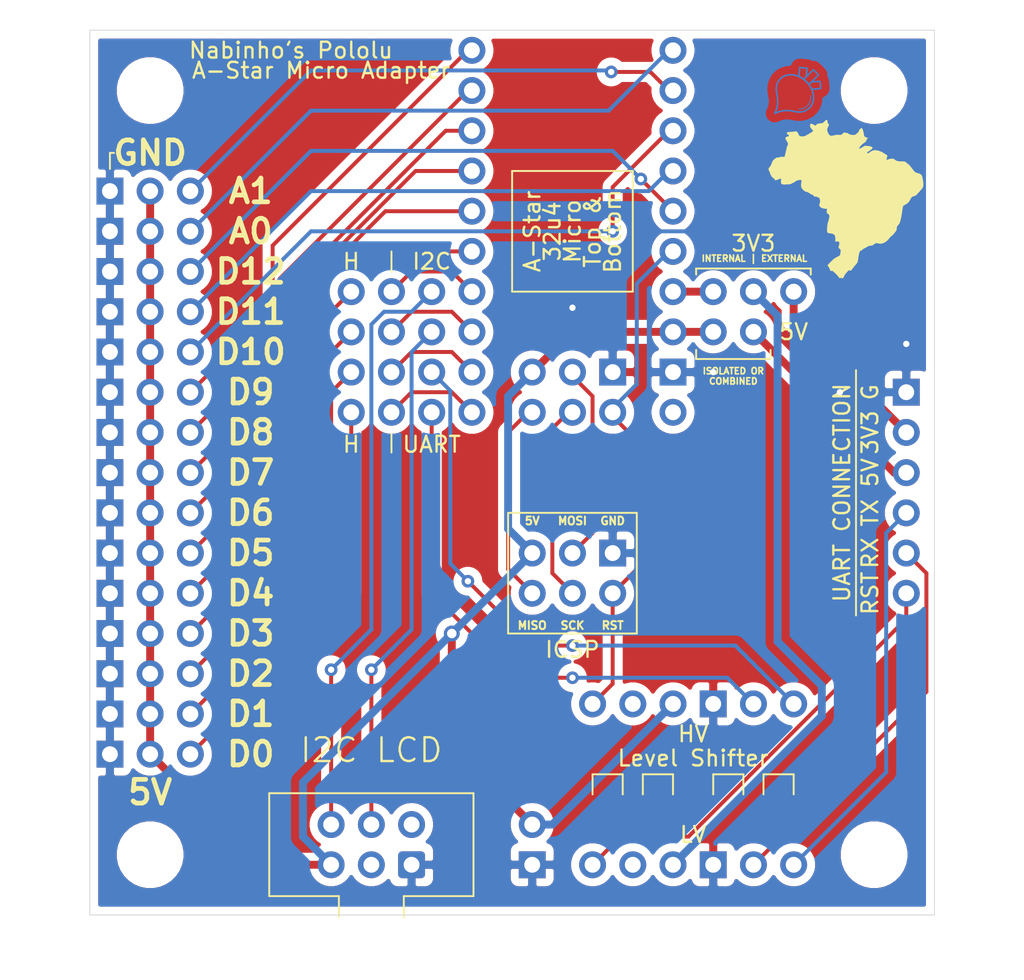
<source format=kicad_pcb>
(kicad_pcb (version 20171130) (host pcbnew "(5.1.9)-1")
  (layers (0 F.Cu signal) (31 B.Cu signal) (34 B.Paste user) (35 F.Paste user) (36 B.SilkS user) (37 F.SilkS user) (38 B.Mask user) (39 F.Mask user) (44 Edge.Cuts user))
  (net 0 "")
  (net 1 GND)
  (net 2 +5V)
  (net 3 3_H)
  (net 4 SCL)
  (net 5 3)
  (net 6 2)
  (net 7 SDA)
  (net 8 2_H)
  (net 9 1_H)
  (net 10 TX)
  (net 11 1)
  (net 12 0)
  (net 13 RX)
  (net 14 0_H)
  (net 15 "Net-(J7-Pad3)")
  (net 16 "Net-(J7-Pad6)")
  (net 17 VCC)
  (net 18 TX_OUT)
  (net 19 RX_OUT)
  (net 20 RST_OUT)
  (net 21 MISO)
  (net 22 SCK)
  (net 23 MOSI)
  (net 24 RST)
  (net 25 4)
  (net 26 5)
  (net 27 6)
  (net 28 7)
  (net 29 8)
  (net 30 9)
  (net 31 10)
  (net 32 11)
  (net 33 12)
  (net 34 A0)
  (net 35 A1)
  (net 36 "Net-(J13-Pad3)")
  (net 37 "Net-(J13-Pad4)")
  (net 38 "Net-(U1-Pad20)")
  (net 39 VCC_3V3)
  (net 40 +3V3)
  (net 41 LV)
  (module Icons:nabo_Icon_3 (layer F.Cu) (at 136.144 60.96)
    (fp_text reference G*** hide)
    (fp_text value LOGO hide)
    (fp_poly (pts (xy 0.811859 0.313955) (xy 0.818409 0.317544) (xy 0.823155 0.325232) (xy 0.826364 0.338418) (xy 0.828307 0.358498) (xy 0.829252 0.386869) (xy 0.829467 0.424929) (xy 0.829381 0.44893) (xy 0.827724 0.512514) (xy 0.823133 0.56811) (xy 0.815081 0.619298) (xy 0.803042 0.669656) (xy 0.791144 0.708837) (xy 0.757779 0.792469) (xy 0.714806 0.869691) (xy 0.662876 0.939947) (xy 0.602642 1.002681) (xy 0.534756 1.057339) (xy 0.45987 1.103364) (xy 0.378636 1.140201) (xy 0.291708 1.167296) (xy 0.24005 1.178134) (xy 0.203434 1.183753) (xy 0.167283 1.187934) (xy 0.133673 1.190574) (xy 0.104682 1.191569) (xy 0.082387 1.190818) (xy 0.068866 1.188216) (xy 0.066453 1.186714) (xy 0.059542 1.172374) (xy 0.062685 1.157467) (xy 0.066158 1.153041) (xy 0.075739 1.149177) (xy 0.093311 1.14663) (xy 0.110033 1.145953) (xy 0.184569 1.141017) (xy 0.261953 1.126849) (xy 0.339054 1.104406) (xy 0.412743 1.074647) (xy 0.47989 1.038529) (xy 0.49691 1.02753) (xy 0.530962 1.001787) (xy 0.567876 0.969194) (xy 0.604375 0.932992) (xy 0.63718 0.896424) (xy 0.66196 0.864267) (xy 0.705708 0.791805) (xy 0.73972 0.714765) (xy 0.764203 0.6324) (xy 0.77936 0.54396) (xy 0.785396 0.448698) (xy 0.78539 0.413488) (xy 0.784969 0.382444) (xy 0.784712 0.355359) (xy 0.784634 0.334556) (xy 0.784748 0.322356) (xy 0.784846 0.320453) (xy 0.790581 0.31522) (xy 0.803236 0.313069) (xy 0.811859 0.313955)) (layer B.Cu) (width 0.01))
    (fp_poly (pts (xy 0.143732 -1.49774) (xy 0.171325 -1.496232) (xy 0.205956 -1.494021) (xy 0.246048 -1.491231) (xy 0.290028 -1.487989) (xy 0.336318 -1.484419) (xy 0.383344 -1.480647) (xy 0.42953 -1.476799) (xy 0.4733 -1.473) (xy 0.513079 -1.469375) (xy 0.547291 -1.466051) (xy 0.574361 -1.463152) (xy 0.592713 -1.460805) (xy 0.599115 -1.459659) (xy 0.615442 -1.45181) (xy 0.627451 -1.440738) (xy 0.630353 -1.436507) (xy 0.632565 -1.431655) (xy 0.63405 -1.424952) (xy 0.63477 -1.415169) (xy 0.634684 -1.401075) (xy 0.633756 -1.381441) (xy 0.631947 -1.355036) (xy 0.629217 -1.320631) (xy 0.625529 -1.276996) (xy 0.620843 -1.222901) (xy 0.62051 -1.219073) (xy 0.616314 -1.170619) (xy 0.612465 -1.125727) (xy 0.60908 -1.085799) (xy 0.606275 -1.052234) (xy 0.60417 -1.026434) (xy 0.602879 -1.0098) (xy 0.602511 -1.003898) (xy 0.606532 -1.006186) (xy 0.618037 -1.016065) (xy 0.63619 -1.03274) (xy 0.660157 -1.055412) (xy 0.689101 -1.083287) (xy 0.722187 -1.115567) (xy 0.758579 -1.151457) (xy 0.787321 -1.180044) (xy 0.832386 -1.224935) (xy 0.86993 -1.262094) (xy 0.900716 -1.292217) (xy 0.925503 -1.315999) (xy 0.945054 -1.334134) (xy 0.960129 -1.347316) (xy 0.971489 -1.356242) (xy 0.979895 -1.361604) (xy 0.986109 -1.364099) (xy 0.989404 -1.364512) (xy 0.994731 -1.363521) (xy 1.001758 -1.36007) (xy 1.011274 -1.353445) (xy 1.024071 -1.342927) (xy 1.040939 -1.327803) (xy 1.062668 -1.307356) (xy 1.090049 -1.280869) (xy 1.123873 -1.247628) (xy 1.16493 -1.206916) (xy 1.180186 -1.191733) (xy 1.217719 -1.154169) (xy 1.252713 -1.118784) (xy 1.284254 -1.086527) (xy 1.31143 -1.058348) (xy 1.333328 -1.035197) (xy 1.349035 -1.018024) (xy 1.357639 -1.00778) (xy 1.358935 -1.005722) (xy 1.361414 -0.990617) (xy 1.359913 -0.981306) (xy 1.354974 -0.974861) (xy 1.342574 -0.960954) (xy 1.323583 -0.940501) (xy 1.298872 -0.914416) (xy 1.269311 -0.883612) (xy 1.23577 -0.849005) (xy 1.19912 -0.811509) (xy 1.173685 -0.785658) (xy 1.135786 -0.747127) (xy 1.10067 -0.711213) (xy 1.069167 -0.678776) (xy 1.042102 -0.65068) (xy 1.020304 -0.627785) (xy 1.004598 -0.610953) (xy 0.995812 -0.601046) (xy 0.99422 -0.598695) (xy 1.000475 -0.598623) (xy 1.017148 -0.599534) (xy 1.04289 -0.601326) (xy 1.076355 -0.603896) (xy 1.116195 -0.60714) (xy 1.161064 -0.610955) (xy 1.204255 -0.614759) (xy 1.253113 -0.61899) (xy 1.298707 -0.622675) (xy 1.339586 -0.625716) (xy 1.374295 -0.628014) (xy 1.401381 -0.629475) (xy 1.419391 -0.629999) (xy 1.426472 -0.629637) (xy 1.433636 -0.627452) (xy 1.439703 -0.624108) (xy 1.444877 -0.618561) (xy 1.449362 -0.609768) (xy 1.453364 -0.596686) (xy 1.457085 -0.57827) (xy 1.460732 -0.553477) (xy 1.464507 -0.521264) (xy 1.468617 -0.480587) (xy 1.473264 -0.430404) (xy 1.478654 -0.369669) (xy 1.479668 -0.358121) (xy 1.484895 -0.298158) (xy 1.489095 -0.24884) (xy 1.49232 -0.209048) (xy 1.494621 -0.177661) (xy 1.496049 -0.153561) (xy 1.496656 -0.135627) (xy 1.496494 -0.12274) (xy 1.495613 -0.113781) (xy 1.494067 -0.10763) (xy 1.491905 -0.103167) (xy 1.491429 -0.102418) (xy 1.484643 -0.093695) (xy 1.476075 -0.087122) (xy 1.463806 -0.082179) (xy 1.44592 -0.078345) (xy 1.420498 -0.075101) (xy 1.385624 -0.071925) (xy 1.376325 -0.07117) (xy 1.330293 -0.067426) (xy 1.28168 -0.063369) (xy 1.231889 -0.059125) (xy 1.182322 -0.054821) (xy 1.13438 -0.050584) (xy 1.089466 -0.04654) (xy 1.048981 -0.042815) (xy 1.014328 -0.039537) (xy 0.986907 -0.036831) (xy 0.968122 -0.034825) (xy 0.959373 -0.033644) (xy 0.958924 -0.033498) (xy 0.959857 -0.027452) (xy 0.963951 -0.012804) (xy 0.970464 0.007899) (xy 0.974871 0.021135) (xy 1.006484 0.129143) (xy 1.028803 0.238568) (xy 1.041798 0.348057) (xy 1.045438 0.456259) (xy 1.039694 0.56182) (xy 1.024535 0.66339) (xy 0.999929 0.759615) (xy 0.992069 0.783338) (xy 0.952551 0.879887) (xy 0.903965 0.969258) (xy 0.846843 1.051155) (xy 0.781722 1.12528) (xy 0.709135 1.191338) (xy 0.629618 1.24903) (xy 0.543705 1.298059) (xy 0.451931 1.338129) (xy 0.35483 1.368942) (xy 0.252938 1.390201) (xy 0.146788 1.40161) (xy 0.036916 1.40287) (xy -0.076145 1.393686) (xy -0.100419 1.390376) (xy -0.131144 1.385252) (xy -0.16849 1.378058) (xy -0.207662 1.369765) (xy -0.242673 1.361634) (xy -0.385669 1.33219) (xy -0.527318 1.314327) (xy -0.667393 1.308025) (xy -0.805665 1.313261) (xy -0.941908 1.330013) (xy -1.075894 1.358258) (xy -1.207394 1.397974) (xy -1.336181 1.44914) (xy -1.387711 1.473209) (xy -1.415411 1.486406) (xy -1.435101 1.494652) (xy -1.449216 1.498515) (xy -1.460192 1.498564) (xy -1.470463 1.495366) (xy -1.474594 1.493463) (xy -1.487274 1.482389) (xy -1.497103 1.465718) (xy -1.500372 1.451614) (xy -1.497969 1.444013) (xy -1.491378 1.427916) (xy -1.481525 1.405478) (xy -1.46934 1.378853) (xy -1.46551 1.370671) (xy -1.455713 1.347712) (xy -1.345962 1.347712) (xy -1.343611 1.350136) (xy -1.341893 1.349679) (xy -1.332711 1.346166) (xy -1.315 1.3395) (xy -1.291307 1.330635) (xy -1.264178 1.320528) (xy -1.264093 1.320496) (xy -1.201005 1.298874) (xy -1.131719 1.278288) (xy -1.061112 1.260053) (xy -0.99406 1.245483) (xy -0.968579 1.240848) (xy -0.91474 1.232284) (xy -0.865664 1.22587) (xy -0.818361 1.221414) (xy -0.769842 1.218723) (xy -0.717118 1.217604) (xy -0.657197 1.217866) (xy -0.621643 1.218494) (xy -0.557828 1.220334) (xy -0.502104 1.223209) (xy -0.451314 1.227526) (xy -0.402305 1.23369) (xy -0.351921 1.242108) (xy -0.297008 1.253186) (xy -0.234411 1.267329) (xy -0.224979 1.269548) (xy -0.173309 1.281506) (xy -0.130278 1.290736) (xy -0.093116 1.297581) (xy -0.059054 1.302384) (xy -0.025323 1.305489) (xy 0.010846 1.30724) (xy 0.052221 1.30798) (xy 0.085651 1.308081) (xy 0.151504 1.306946) (xy 0.208796 1.303346) (xy 0.260606 1.29685) (xy 0.310011 1.287026) (xy 0.360087 1.273443) (xy 0.381868 1.266576) (xy 0.475011 1.230355) (xy 0.560795 1.185181) (xy 0.638933 1.131563) (xy 0.709141 1.070008) (xy 0.771134 1.001027) (xy 0.824626 0.925126) (xy 0.869333 0.842814) (xy 0.90497 0.7546) (xy 0.931251 0.660991) (xy 0.947891 0.562497) (xy 0.954606 0.459626) (xy 0.951111 0.352886) (xy 0.94134 0.268767) (xy 0.921679 0.166785) (xy 0.893957 0.069374) (xy 0.857143 -0.026644) (xy 0.819571 -0.106326) (xy 0.757027 -0.219422) (xy 0.688861 -0.323425) (xy 0.648129 -0.37591) (xy 0.773814 -0.37591) (xy 0.777022 -0.368535) (xy 0.785302 -0.355072) (xy 0.793401 -0.343311) (xy 0.810004 -0.31867) (xy 0.829937 -0.286761) (xy 0.851252 -0.250882) (xy 0.872002 -0.214336) (xy 0.89024 -0.180423) (xy 0.895096 -0.170926) (xy 0.905659 -0.151521) (xy 0.915025 -0.137082) (xy 0.921474 -0.130198) (xy 0.922315 -0.129954) (xy 0.929878 -0.130454) (xy 0.947445 -0.131854) (xy 0.973253 -0.134007) (xy 1.005539 -0.136765) (xy 1.042539 -0.139979) (xy 1.062532 -0.141735) (xy 1.141315 -0.148697) (xy 1.208788 -0.154696) (xy 1.265413 -0.159775) (xy 1.311651 -0.163975) (xy 1.347963 -0.16734) (xy 1.374811 -0.169911) (xy 1.392655 -0.171733) (xy 1.401957 -0.172846) (xy 1.403635 -0.173198) (xy 1.403439 -0.179228) (xy 1.402227 -0.195269) (xy 1.400165 -0.219575) (xy 1.39742 -0.250401) (xy 1.394158 -0.286004) (xy 1.390546 -0.324637) (xy 1.38675 -0.364558) (xy 1.382937 -0.40402) (xy 1.379274 -0.44128) (xy 1.375926 -0.474592) (xy 1.373061 -0.502212) (xy 1.370845 -0.522396) (xy 1.369444 -0.533398) (xy 1.369113 -0.534903) (xy 1.362982 -0.534866) (xy 1.346333 -0.533909) (xy 1.320416 -0.532126) (xy 1.286483 -0.52961) (xy 1.245786 -0.526456) (xy 1.199576 -0.522757) (xy 1.149105 -0.518607) (xy 1.128465 -0.51688) (xy 0.889851 -0.496824) (xy 0.831833 -0.439023) (xy 0.810786 -0.417692) (xy 0.793147 -0.399121) (xy 0.780441 -0.38497) (xy 0.774198 -0.376904) (xy 0.773814 -0.37591) (xy 0.648129 -0.37591) (xy 0.613708 -0.420261) (xy 0.537574 -0.504315) (xy 0.441779 -0.595299) (xy 0.340523 -0.676853) (xy 0.28499 -0.714442) (xy 0.451993 -0.714442) (xy 0.481473 -0.689786) (xy 0.504482 -0.669588) (xy 0.532746 -0.643324) (xy 0.564013 -0.613228) (xy 0.596032 -0.581538) (xy 0.626551 -0.550487) (xy 0.653319 -0.522313) (xy 0.674084 -0.49925) (xy 0.677936 -0.49471) (xy 0.693153 -0.47689) (xy 0.70552 -0.46318) (xy 0.713137 -0.455655) (xy 0.714477 -0.454838) (xy 0.719109 -0.458904) (xy 0.731376 -0.470638) (xy 0.75057 -0.48934) (xy 0.775986 -0.514312) (xy 0.806914 -0.544855) (xy 0.84265 -0.580271) (xy 0.882485 -0.619861) (xy 0.925713 -0.662927) (xy 0.971627 -0.708769) (xy 0.986469 -0.723609) (xy 1.255191 -0.99238) (xy 1.123743 -1.123807) (xy 0.992295 -1.255233) (xy 0.722144 -0.984838) (xy 0.451993 -0.714442) (xy 0.28499 -0.714442) (xy 0.234478 -0.748632) (xy 0.124315 -0.810287) (xy 0.010705 -0.86147) (xy -0.105679 -0.901834) (xy -0.216978 -0.92926) (xy 0.130252 -0.92926) (xy 0.132021 -0.922494) (xy 0.138729 -0.915123) (xy 0.152002 -0.905944) (xy 0.173467 -0.893753) (xy 0.190061 -0.884958) (xy 0.221618 -0.867667) (xy 0.257415 -0.846802) (xy 0.292021 -0.825574) (xy 0.309677 -0.814183) (xy 0.333231 -0.798873) (xy 0.353429 -0.786255) (xy 0.36813 -0.777634) (xy 0.375191 -0.774312) (xy 0.375204 -0.774311) (xy 0.381348 -0.778105) (xy 0.39404 -0.788856) (xy 0.411597 -0.805048) (xy 0.432335 -0.825163) (xy 0.438914 -0.831724) (xy 0.496607 -0.889634) (xy 0.516796 -1.128332) (xy 0.521118 -1.180154) (xy 0.525008 -1.228217) (xy 0.528375 -1.27127) (xy 0.531125 -1.308057) (xy 0.533166 -1.337327) (xy 0.534405 -1.357825) (xy 0.53475 -1.368298) (xy 0.534621 -1.369395) (xy 0.528004 -1.370795) (xy 0.511404 -1.372826) (xy 0.486583 -1.375352) (xy 0.455303 -1.378235) (xy 0.419325 -1.381339) (xy 0.380411 -1.384528) (xy 0.340322 -1.387665) (xy 0.30082 -1.390612) (xy 0.263666 -1.393233) (xy 0.230623 -1.395392) (xy 0.203451 -1.396952) (xy 0.183912 -1.397776) (xy 0.173769 -1.397726) (xy 0.172767 -1.397481) (xy 0.171622 -1.391174) (xy 0.169632 -1.37463) (xy 0.166935 -1.349384) (xy 0.163673 -1.31697) (xy 0.159982 -1.278924) (xy 0.156005 -1.236781) (xy 0.151879 -1.192076) (xy 0.147743 -1.146344) (xy 0.143739 -1.101121) (xy 0.140004 -1.057942) (xy 0.136678 -1.018342) (xy 0.133901 -0.983855) (xy 0.131812 -0.956018) (xy 0.130551 -0.936366) (xy 0.130252 -0.92926) (xy -0.216978 -0.92926) (xy -0.224165 -0.931031) (xy -0.314983 -0.945511) (xy -0.355548 -0.948888) (xy -0.40349 -0.950361) (xy -0.455584 -0.950045) (xy -0.508607 -0.94806) (xy -0.559333 -0.944521) (xy -0.604539 -0.939548) (xy -0.63889 -0.933717) (xy -0.738163 -0.906934) (xy -0.830861 -0.870764) (xy -0.916594 -0.825495) (xy -0.994971 -0.771416) (xy -1.065603 -0.708814) (xy -1.128098 -0.637978) (xy -1.182067 -0.559196) (xy -1.206992 -0.514488) (xy -1.24768 -0.424689) (xy -1.278043 -0.332308) (xy -1.298126 -0.236772) (xy -1.307976 -0.137505) (xy -1.307639 -0.033932) (xy -1.29716 0.074521) (xy -1.276586 0.188431) (xy -1.26669 0.230991) (xy -1.237194 0.374549) (xy -1.219141 0.517932) (xy -1.212501 0.660616) (xy -1.217243 0.80208) (xy -1.233338 0.9418) (xy -1.260753 1.079255) (xy -1.299459 1.213921) (xy -1.329025 1.295557) (xy -1.339007 1.321845) (xy -1.34454 1.338756) (xy -1.345962 1.347712) (xy -1.455713 1.347712) (xy -1.414504 1.251141) (xy -1.374135 1.131329) (xy -1.343505 1.008395) (xy -1.332106 0.948069) (xy -1.315503 0.827045) (xy -1.307754 0.708591) (xy -1.308949 0.590707) (xy -1.319179 0.471391) (xy -1.338535 0.348642) (xy -1.364627 0.230372) (xy -1.388864 0.110902) (xy -1.401746 -0.006225) (xy -1.403278 -0.120799) (xy -1.393467 -0.23261) (xy -1.372316 -0.341449) (xy -1.346631 -0.427999) (xy -1.307369 -0.524661) (xy -1.258974 -0.614163) (xy -1.201952 -0.696177) (xy -1.136809 -0.770374) (xy -1.064052 -0.836426) (xy -0.984185 -0.894004) (xy -0.897717 -0.942779) (xy -0.805151 -0.982422) (xy -0.706996 -1.012605) (xy -0.603757 -1.032998) (xy -0.49594 -1.043273) (xy -0.398721 -1.043723) (xy -0.310982 -1.038164) (xy -0.229061 -1.027656) (xy -0.14863 -1.011418) (xy -0.065363 -0.988667) (xy -0.027686 -0.976713) (xy -0.002206 -0.968559) (xy 0.018814 -0.962261) (xy 0.033063 -0.958483) (xy 0.038198 -0.957795) (xy 0.039112 -0.963931) (xy 0.040907 -0.980626) (xy 0.04347 -1.006668) (xy 0.046688 -1.040843) (xy 0.050448 -1.081939) (xy 0.054637 -1.128744) (xy 0.059142 -1.180043) (xy 0.062071 -1.213884) (xy 0.068297 -1.28457) (xy 0.073829 -1.34383) (xy 0.07871 -1.392027) (xy 0.08298 -1.429526) (xy 0.08668 -1.456691) (xy 0.089851 -1.473887) (xy 0.09225 -1.481081) (xy 0.104416 -1.492755) (xy 0.115962 -1.498142) (xy 0.124752 -1.498418) (xy 0.143732 -1.49774)) (layer B.Cu) (width 0.01))
  )
  (module Icons:BR (layer F.Cu) (at 139.192 67.818)
    (fp_text reference G*** hide)
    (fp_text value LOGO hide)
  )
  (module Connector_IDC:IDC-Header_2x03_P2.54mm_Vertical (layer F.Cu) (at 106.68 109.855 90)
    (fp_text reference J7)
    (fp_text value Conn_02x03_Odd_Even)
    (pad 5 thru_hole roundrect (at 0 5.08 90) (size 1.7 1.7) (drill 1) (layers *.Cu *.Mask) (roundrect_rratio 0.147) (net 1 GND))
    (pad 3 thru_hole circle (at 0 2.54 90) (size 1.7 1.7) (drill 1) (layers *.Cu *.Mask) (net 15 "Net-(J7-Pad3)"))
    (pad 1 thru_hole circle (at 0 0 90) (size 1.7 1.7) (drill 1) (layers *.Cu *.Mask) (net 2 +5V))
    (pad 2 thru_hole circle (at 2.54 0 90) (size 1.7 1.7) (drill 1) (layers *.Cu *.Mask) (net 4 SCL))
    (pad 4 thru_hole circle (at 2.54 2.54 90) (size 1.7 1.7) (drill 1) (layers *.Cu *.Mask) (net 7 SDA))
    (pad 6 thru_hole circle (at 2.54 5.08 90) (size 1.7 1.7) (drill 1) (layers *.Cu *.Mask) (net 16 "Net-(J7-Pad6)"))
  )
  (module Connector_PinHeader_2.54mm:Digital_Header_Teensy_3.2_Adapter (layer F.Cu) (at 90.17 64.77)
    (fp_text reference J12)
    (fp_text value Conn_03x15)
    (pad 17 thru_hole rect (at 2.54 2.54) (size 1.7 1.7) (drill 1) (layers *.Cu *.Mask) (net 1 GND))
    (pad 2 thru_hole oval (at 7.62 35.56 180) (size 1.7 1.7) (drill 1) (layers *.Cu *.Mask) (net 9 1_H))
    (pad 3 thru_hole oval (at 7.62 33.02 180) (size 1.7 1.7) (drill 1) (layers *.Cu *.Mask) (net 8 2_H))
    (pad 4 thru_hole oval (at 7.62 30.48 180) (size 1.7 1.7) (drill 1) (layers *.Cu *.Mask) (net 3 3_H))
    (pad 5 thru_hole oval (at 7.62 27.94 180) (size 1.7 1.7) (drill 1) (layers *.Cu *.Mask) (net 25 4))
    (pad 6 thru_hole oval (at 7.62 25.4 180) (size 1.7 1.7) (drill 1) (layers *.Cu *.Mask) (net 26 5))
    (pad 7 thru_hole oval (at 7.62 22.86 180) (size 1.7 1.7) (drill 1) (layers *.Cu *.Mask) (net 27 6))
    (pad 8 thru_hole oval (at 7.62 20.32 180) (size 1.7 1.7) (drill 1) (layers *.Cu *.Mask) (net 28 7))
    (pad 9 thru_hole oval (at 7.62 17.78 180) (size 1.7 1.7) (drill 1) (layers *.Cu *.Mask) (net 29 8))
    (pad 10 thru_hole oval (at 7.62 15.24 180) (size 1.7 1.7) (drill 1) (layers *.Cu *.Mask) (net 30 9))
    (pad 11 thru_hole oval (at 7.62 12.7 180) (size 1.7 1.7) (drill 1) (layers *.Cu *.Mask) (net 31 10))
    (pad 12 thru_hole oval (at 7.62 10.16 180) (size 1.7 1.7) (drill 1) (layers *.Cu *.Mask) (net 32 11))
    (pad 13 thru_hole oval (at 7.62 7.62 180) (size 1.7 1.7) (drill 1) (layers *.Cu *.Mask) (net 33 12))
    (pad 14 thru_hole oval (at 7.62 5.08 180) (size 1.7 1.7) (drill 1) (layers *.Cu *.Mask) (net 34 A0))
    (pad 15 thru_hole oval (at 7.62 2.54 180) (size 1.7 1.7) (drill 1) (layers *.Cu *.Mask) (net 35 A1))
    (pad 17 thru_hole rect (at 2.54 5.08) (size 1.7 1.7) (drill 1) (layers *.Cu *.Mask) (net 1 GND))
    (pad 17 thru_hole rect (at 2.54 7.62) (size 1.7 1.7) (drill 1) (layers *.Cu *.Mask) (net 1 GND))
    (pad 17 thru_hole rect (at 2.54 10.16) (size 1.7 1.7) (drill 1) (layers *.Cu *.Mask) (net 1 GND))
    (pad 17 thru_hole rect (at 2.54 15.24) (size 1.7 1.7) (drill 1) (layers *.Cu *.Mask) (net 1 GND))
    (pad 17 thru_hole rect (at 2.54 12.7) (size 1.7 1.7) (drill 1) (layers *.Cu *.Mask) (net 1 GND))
    (pad 17 thru_hole rect (at 2.54 17.78) (size 1.7 1.7) (drill 1) (layers *.Cu *.Mask) (net 1 GND))
    (pad 17 thru_hole rect (at 2.54 20.32) (size 1.7 1.7) (drill 1) (layers *.Cu *.Mask) (net 1 GND))
    (pad 17 thru_hole rect (at 2.54 25.4) (size 1.7 1.7) (drill 1) (layers *.Cu *.Mask) (net 1 GND))
    (pad 17 thru_hole rect (at 2.54 22.86) (size 1.7 1.7) (drill 1) (layers *.Cu *.Mask) (net 1 GND))
    (pad 17 thru_hole rect (at 2.54 30.48) (size 1.7 1.7) (drill 1) (layers *.Cu *.Mask) (net 1 GND))
    (pad 17 thru_hole rect (at 2.54 27.94) (size 1.7 1.7) (drill 1) (layers *.Cu *.Mask) (net 1 GND))
    (pad 17 thru_hole rect (at 2.54 33.02) (size 1.7 1.7) (drill 1) (layers *.Cu *.Mask) (net 1 GND))
    (pad 17 thru_hole rect (at 2.54 35.56) (size 1.7 1.7) (drill 1) (layers *.Cu *.Mask) (net 1 GND))
    (pad 17 thru_hole rect (at 2.54 38.1) (size 1.7 1.7) (drill 1) (layers *.Cu *.Mask) (net 1 GND))
    (pad 1 thru_hole oval (at 7.62 38.1 180) (size 1.7 1.7) (drill 1) (layers *.Cu *.Mask) (net 14 0_H))
    (pad 16 thru_hole oval (at 5.08 2.54) (size 1.7 1.7) (drill 1) (layers *.Cu *.Mask) (net 2 +5V))
    (pad 16 thru_hole oval (at 5.08 5.08) (size 1.7 1.7) (drill 1) (layers *.Cu *.Mask) (net 2 +5V))
    (pad 16 thru_hole oval (at 5.08 7.62) (size 1.7 1.7) (drill 1) (layers *.Cu *.Mask) (net 2 +5V))
    (pad 16 thru_hole oval (at 5.08 10.16) (size 1.7 1.7) (drill 1) (layers *.Cu *.Mask) (net 2 +5V))
    (pad 16 thru_hole oval (at 5.08 12.7) (size 1.7 1.7) (drill 1) (layers *.Cu *.Mask) (net 2 +5V))
    (pad 16 thru_hole oval (at 5.08 15.24) (size 1.7 1.7) (drill 1) (layers *.Cu *.Mask) (net 2 +5V))
    (pad 16 thru_hole oval (at 5.08 17.78) (size 1.7 1.7) (drill 1) (layers *.Cu *.Mask) (net 2 +5V))
    (pad 16 thru_hole oval (at 5.08 20.32) (size 1.7 1.7) (drill 1) (layers *.Cu *.Mask) (net 2 +5V))
    (pad 16 thru_hole oval (at 5.08 25.4) (size 1.7 1.7) (drill 1) (layers *.Cu *.Mask) (net 2 +5V))
    (pad 16 thru_hole oval (at 5.08 22.86) (size 1.7 1.7) (drill 1) (layers *.Cu *.Mask) (net 2 +5V))
    (pad 16 thru_hole oval (at 5.08 30.48) (size 1.7 1.7) (drill 1) (layers *.Cu *.Mask) (net 2 +5V))
    (pad 16 thru_hole oval (at 5.08 27.94) (size 1.7 1.7) (drill 1) (layers *.Cu *.Mask) (net 2 +5V))
    (pad 16 thru_hole oval (at 5.08 33.02) (size 1.7 1.7) (drill 1) (layers *.Cu *.Mask) (net 2 +5V))
    (pad 16 thru_hole oval (at 5.08 35.56) (size 1.7 1.7) (drill 1) (layers *.Cu *.Mask) (net 2 +5V))
    (pad 16 thru_hole oval (at 5.08 38.1) (size 1.7 1.7) (drill 1) (layers *.Cu *.Mask) (net 2 +5V))
  )
  (module Connector_PinHeader_2.54mm:PinHeader_1x02_P2.54mm_Vertical (layer F.Cu) (at 120.65 106.045 270)
    (fp_text reference C1)
    (fp_text value 1uF)
    (pad 2 thru_hole rect (at 3.81 1.27 270) (size 1.7 1.7) (drill 1) (layers *.Cu *.Mask) (net 1 GND))
    (pad 1 thru_hole oval (at 1.27 1.27 270) (size 1.7 1.7) (drill 1) (layers *.Cu *.Mask) (net 2 +5V))
  )
  (module Connector_PinHeader_2.54mm:PinHeader_2x03_P2.54mm_Vertical (layer F.Cu) (at 119.38 92.71 90)
    (fp_text reference J11)
    (fp_text value Conn_02x03_Odd_Even)
    (pad 1 thru_hole oval (at 0 0 90) (size 1.7 1.7) (drill 1) (layers *.Cu *.Mask) (net 21 MISO))
    (pad 2 thru_hole oval (at 2.54 0 90) (size 1.7 1.7) (drill 1) (layers *.Cu *.Mask) (net 2 +5V))
    (pad 3 thru_hole oval (at 0 2.54 90) (size 1.7 1.7) (drill 1) (layers *.Cu *.Mask) (net 22 SCK))
    (pad 4 thru_hole oval (at 2.54 2.54 90) (size 1.7 1.7) (drill 1) (layers *.Cu *.Mask) (net 23 MOSI))
    (pad 5 thru_hole oval (at 0 5.08 90) (size 1.7 1.7) (drill 1) (layers *.Cu *.Mask) (net 24 RST))
    (pad 6 thru_hole rect (at 2.54 5.08 90) (size 1.7 1.7) (drill 1) (layers *.Cu *.Mask) (net 1 GND))
  )
  (module Connector_PinHeader_2.54mm:PinHeader_1x06_P2.54mm_Vertical (layer F.Cu) (at 143.002 80.01)
    (fp_text reference J9)
    (fp_text value Conn_01x06)
    (pad 1 thru_hole rect (at 0 0) (size 1.7 1.7) (drill 1) (layers *.Cu *.Mask) (net 1 GND))
    (pad 2 thru_hole oval (at 0 2.54) (size 1.7 1.7) (drill 1) (layers *.Cu *.Mask) (net 39 VCC_3V3))
    (pad 3 thru_hole oval (at 0 5.08) (size 1.7 1.7) (drill 1) (layers *.Cu *.Mask) (net 17 VCC))
    (pad 4 thru_hole oval (at 0 7.62) (size 1.7 1.7) (drill 1) (layers *.Cu *.Mask) (net 18 TX_OUT))
    (pad 5 thru_hole oval (at 0 10.16) (size 1.7 1.7) (drill 1) (layers *.Cu *.Mask) (net 19 RX_OUT))
    (pad 6 thru_hole oval (at 0 12.7) (size 1.7 1.7) (drill 1) (layers *.Cu *.Mask) (net 20 RST_OUT))
  )
  (module Connector_PinHeader_2.54mm:PinHeader_1x02_P2.54mm_Vertical_2 (layer F.Cu) (at 134.62 77.47 180)
    (fp_text reference J10)
    (fp_text value Conn_01x02)
    (pad 1 thru_hole oval (at 1.27 1.27 180) (size 1.7 1.7) (drill 1) (layers *.Cu *.Mask) (net 17 VCC))
    (pad 2 thru_hole oval (at 3.81 1.27 180) (size 1.7 1.7) (drill 1) (layers *.Cu *.Mask) (net 2 +5V))
  )
  (module Connector_PinHeader_2.54mm:Level_Shifter_RC (layer F.Cu) (at 121.92 111.125 90)
    (fp_text reference J13)
    (fp_text value Conn_02x06_Odd_Even)
    (fp_text user LV (at 3.175 7.62) (layer F.SilkS))
    (fp_text user HV (at 9.525 7.62) (layer F.SilkS))
    (pad 7 thru_hole rect (at 1.27 8.89 90) (size 1.7 1.7) (drill 1) (layers *.Cu *.Mask) (net 1 GND))
    (pad 3 thru_hole oval (at 1.27 3.81 90) (size 1.7 1.7) (drill 1) (layers *.Cu *.Mask) (net 36 "Net-(J13-Pad3)"))
    (pad 5 thru_hole oval (at 1.27 6.35 90) (size 1.7 1.7) (drill 1) (layers *.Cu *.Mask) (net 41 LV))
    (pad 1 thru_hole oval (at 1.27 1.27 90) (size 1.7 1.7) (drill 1) (layers *.Cu *.Mask) (net 20 RST_OUT))
    (pad 9 thru_hole oval (at 1.27 11.43 90) (size 1.7 1.7) (drill 1) (layers *.Cu *.Mask) (net 19 RX_OUT))
    (pad 11 thru_hole oval (at 1.27 13.97 90) (size 1.7 1.7) (drill 1) (layers *.Cu *.Mask) (net 18 TX_OUT))
    (pad 10 thru_hole oval (at 11.43 11.43 90) (size 1.7 1.7) (drill 1) (layers *.Cu *.Mask) (net 13 RX))
    (pad 6 thru_hole oval (at 11.43 6.35 90) (size 1.7 1.7) (drill 1) (layers *.Cu *.Mask) (net 2 +5V))
    (pad 4 thru_hole oval (at 11.43 3.81 90) (size 1.7 1.7) (drill 1) (layers *.Cu *.Mask) (net 37 "Net-(J13-Pad4)"))
    (pad 8 thru_hole rect (at 11.43 8.89 90) (size 1.7 1.7) (drill 1) (layers *.Cu *.Mask) (net 1 GND))
    (pad 2 thru_hole oval (at 11.43 1.27 90) (size 1.7 1.7) (drill 1) (layers *.Cu *.Mask) (net 24 RST))
    (pad 12 thru_hole oval (at 11.43 13.97 90) (size 1.7 1.7) (drill 1) (layers *.Cu *.Mask) (net 10 TX))
  )
  (module MountingHole:MountingHole_3.2mm_M3 (layer F.Cu) (at 95.25 60.96)
    (fp_text reference REF** hide)
    (fp_text value MountingHole_3.2mm_M3)
    (pad 1 np_thru_hole circle (at 0 0) (size 3.2 3.2) (drill 3.2) (layers *.Cu *.Mask))
  )
  (module MountingHole:MountingHole_3.2mm_M3 (layer F.Cu) (at 140.97 60.96)
    (fp_text reference REF** hide)
    (fp_text value MountingHole_3.2mm_M3)
    (pad 1 np_thru_hole circle (at 0 0) (size 3.2 3.2) (drill 3.2) (layers *.Cu *.Mask))
  )
  (module MountingHole:MountingHole_3.2mm_M3 (layer F.Cu) (at 140.97 109.22)
    (fp_text reference REF** hide)
    (fp_text value MountingHole_3.2mm_M3)
    (pad 1 np_thru_hole circle (at 0 0) (size 3.2 3.2) (drill 3.2) (layers *.Cu *.Mask))
  )
  (module MountingHole:MountingHole_3.2mm_M3 (layer F.Cu) (at 95.25 109.22)
    (fp_text reference REF** hide)
    (fp_text value MountingHole_3.2mm_M3)
    (pad 1 np_thru_hole circle (at 0 0) (size 3.2 3.2) (drill 3.2) (layers *.Cu *.Mask))
  )
  (module Connector_PinHeader_2.54mm:PinHeader_1x03_P2.54mm_Vertical_2 (layer F.Cu) (at 107.95 73.66 90)
    (fp_text reference J3)
    (fp_text value Conn_01x03)
    (pad 1 thru_hole oval (at 0 0 90) (size 1.7 1.7) (drill 1) (layers *.Cu *.Mask) (net 3 3_H))
    (pad 3 thru_hole oval (at 0 5.08 90) (size 1.7 1.7) (drill 1) (layers *.Cu *.Mask) (net 4 SCL))
    (pad 2 thru_hole oval (at 0 2.54 90) (size 1.7 1.7) (drill 1) (layers *.Cu *.Mask) (net 5 3))
  )
  (module Connector_PinHeader_2.54mm:PinHeader_1x03_P2.54mm_Vertical_2 (layer F.Cu) (at 107.95 76.2 90)
    (fp_text reference J4)
    (fp_text value Conn_01x03)
    (pad 2 thru_hole oval (at 0 2.54 90) (size 1.7 1.7) (drill 1) (layers *.Cu *.Mask) (net 6 2))
    (pad 3 thru_hole oval (at 0 5.08 90) (size 1.7 1.7) (drill 1) (layers *.Cu *.Mask) (net 7 SDA))
    (pad 1 thru_hole oval (at 0 0 90) (size 1.7 1.7) (drill 1) (layers *.Cu *.Mask) (net 8 2_H))
  )
  (module Connector_PinHeader_2.54mm:PinHeader_1x03_P2.54mm_Vertical_2 (layer F.Cu) (at 107.95 78.74 90)
    (fp_text reference J5)
    (fp_text value Conn_01x03)
    (pad 1 thru_hole oval (at 0 0 90) (size 1.7 1.7) (drill 1) (layers *.Cu *.Mask) (net 9 1_H))
    (pad 3 thru_hole oval (at 0 5.08 90) (size 1.7 1.7) (drill 1) (layers *.Cu *.Mask) (net 10 TX))
    (pad 2 thru_hole oval (at 0 2.54 90) (size 1.7 1.7) (drill 1) (layers *.Cu *.Mask) (net 11 1))
  )
  (module Connector_PinHeader_2.54mm:PinHeader_1x03_P2.54mm_Vertical_2 (layer F.Cu) (at 107.95 81.28 90)
    (fp_text reference J6)
    (fp_text value Conn_01x03)
    (pad 2 thru_hole oval (at 0 2.54 90) (size 1.7 1.7) (drill 1) (layers *.Cu *.Mask) (net 12 0))
    (pad 3 thru_hole oval (at 0 5.08 90) (size 1.7 1.7) (drill 1) (layers *.Cu *.Mask) (net 13 RX))
    (pad 1 thru_hole oval (at 0 0 90) (size 1.7 1.7) (drill 1) (layers *.Cu *.Mask) (net 14 0_H))
  )
  (module Connector_PinHeader_2.54mm:PinHeader_1x03_P2.54mm_Vertical_2 (layer F.Cu) (at 135.89 73.66 270)
    (fp_text reference J8)
    (fp_text value Conn_01x03)
    (pad 2 thru_hole oval (at 0 2.54 270) (size 1.7 1.7) (drill 1) (layers *.Cu *.Mask) (net 41 LV))
    (pad 3 thru_hole oval (at 0 5.08 270) (size 1.7 1.7) (drill 1) (layers *.Cu *.Mask) (net 40 +3V3))
    (pad 1 thru_hole oval (at 0 0 270) (size 1.7 1.7) (drill 1) (layers *.Cu *.Mask) (net 39 VCC_3V3))
  )
  (module Connector_PinHeader_2.54mm:PololuAStar_Micro (layer F.Cu) (at 114.3 57.15)
    (fp_text reference U1)
    (fp_text value PololuAStar_32u4Micro)
    (fp_text user A-Star (at 5.08 12.7 90) (layer F.SilkS))
    (fp_text user Micro (at 7.62 12.7 90) (layer F.SilkS))
    (fp_text user "Top &" (at 8.89 12.7 90) (layer F.SilkS))
    (fp_text user Bottom (at 10.16 12.7 90) (layer F.SilkS))
    (fp_text user 32u4 (at 6.35 12.7 90) (layer F.SilkS))
    (pad 1 thru_hole oval (at 1.27 1.27) (size 1.7 1.7) (drill 1) (layers *.Cu *.Mask) (net 30 9))
    (pad 2 thru_hole oval (at 1.27 3.81) (size 1.7 1.7) (drill 1) (layers *.Cu *.Mask) (net 29 8))
    (pad 3 thru_hole oval (at 1.27 6.35) (size 1.7 1.7) (drill 1) (layers *.Cu *.Mask) (net 28 7))
    (pad 4 thru_hole oval (at 1.27 8.89) (size 1.7 1.7) (drill 1) (layers *.Cu *.Mask) (net 27 6))
    (pad 5 thru_hole oval (at 1.27 11.43) (size 1.7 1.7) (drill 1) (layers *.Cu *.Mask) (net 26 5))
    (pad 6 thru_hole oval (at 1.27 13.97) (size 1.7 1.7) (drill 1) (layers *.Cu *.Mask) (net 25 4))
    (pad 7 thru_hole oval (at 1.27 16.51) (size 1.7 1.7) (drill 1) (layers *.Cu *.Mask) (net 5 3))
    (pad 8 thru_hole oval (at 1.27 19.05) (size 1.7 1.7) (drill 1) (layers *.Cu *.Mask) (net 6 2))
    (pad 9 thru_hole oval (at 1.27 21.59) (size 1.7 1.7) (drill 1) (layers *.Cu *.Mask) (net 11 1))
    (pad 10 thru_hole oval (at 1.27 24.13) (size 1.7 1.7) (drill 1) (layers *.Cu *.Mask) (net 12 0))
    (pad 13 thru_hole oval (at 13.97 6.35) (size 1.7 1.7) (drill 1) (layers *.Cu *.Mask) (net 31 10))
    (pad 11 thru_hole oval (at 13.97 1.27) (size 1.7 1.7) (drill 1) (layers *.Cu *.Mask) (net 34 A0))
    (pad 12 thru_hole oval (at 13.97 3.81) (size 1.7 1.7) (drill 1) (layers *.Cu *.Mask) (net 35 A1))
    (pad 16 thru_hole oval (at 13.97 13.97) (size 1.7 1.7) (drill 1) (layers *.Cu *.Mask) (net 24 RST))
    (pad 15 thru_hole oval (at 13.97 11.43) (size 1.7 1.7) (drill 1) (layers *.Cu *.Mask) (net 33 12))
    (pad 20 thru_hole oval (at 13.97 24.13) (size 1.7 1.7) (drill 1) (layers *.Cu *.Mask) (net 38 "Net-(U1-Pad20)"))
    (pad 17 thru_hole oval (at 13.97 16.51) (size 1.7 1.7) (drill 1) (layers *.Cu *.Mask) (net 40 +3V3))
    (pad 18 thru_hole oval (at 13.97 19.05) (size 1.7 1.7) (drill 1) (layers *.Cu *.Mask) (net 2 +5V))
    (pad 14 thru_hole oval (at 13.97 8.89) (size 1.7 1.7) (drill 1) (layers *.Cu *.Mask) (net 32 11))
    (pad 19 thru_hole rect (at 13.97 21.59) (size 1.7 1.7) (drill 1) (layers *.Cu *.Mask) (net 1 GND))
    (pad 26 thru_hole oval (at 5.08 24.13 90) (size 1.7 1.7) (drill 1) (layers *.Cu *.Mask) (net 21 MISO))
    (pad 24 thru_hole oval (at 7.62 24.13 90) (size 1.7 1.7) (drill 1) (layers *.Cu *.Mask) (net 22 SCK))
    (pad 22 thru_hole oval (at 10.16 24.13 90) (size 1.7 1.7) (drill 1) (layers *.Cu *.Mask) (net 24 RST))
    (pad 25 thru_hole oval (at 5.08 21.59 90) (size 1.7 1.7) (drill 1) (layers *.Cu *.Mask) (net 2 +5V))
    (pad 23 thru_hole oval (at 7.62 21.59 90) (size 1.7 1.7) (drill 1) (layers *.Cu *.Mask) (net 23 MOSI))
    (pad 21 thru_hole rect (at 10.16 21.59 90) (size 1.7 1.7) (drill 1) (layers *.Cu *.Mask) (net 1 GND))
  )
  (gr_text "Level Shifter" (at 129.54 103.124) (layer F.SilkS) (effects (font (size 1 1))))
  (gr_line (start 117.856 95.25) (end 117.856 87.63) (layer F.SilkS) (width 0.12))
  (gr_line (start 125.984 95.25) (end 117.856 95.25) (layer F.SilkS) (width 0.12))
  (gr_line (start 125.984 87.63) (end 125.984 95.25) (layer F.SilkS) (width 0.12))
  (gr_line (start 117.856 87.63) (end 125.984 87.63) (layer F.SilkS) (width 0.12))
  (gr_text SCK (at 121.92 94.742) (layer F.SilkS) (effects (font (size 0.5 0.5) (thickness 0.125))))
  (gr_text RST (at 124.46 94.742) (layer F.SilkS) (effects (font (size 0.5 0.5) (thickness 0.125))))
  (gr_text GND (at 124.46 88.138) (layer F.SilkS) (effects (font (size 0.5 0.5) (thickness 0.125))))
  (gr_text MOSI (at 121.92 88.138) (layer F.SilkS) (effects (font (size 0.5 0.5) (thickness 0.125))))
  (gr_text 5V (at 119.38 88.138) (layer F.SilkS) (effects (font (size 0.5 0.5) (thickness 0.125))))
  (gr_text MISO (at 119.38 94.742) (layer F.SilkS) (effects (font (size 0.5 0.5) (thickness 0.125))))
  (gr_text "A-Star Micro Adapter" (at 106.045 59.69) (layer F.SilkS) (effects (font (size 1 1))))
  (gr_text "Nabinho's Pololu" (at 104.14 58.42) (layer F.SilkS) (effects (font (size 1 1))))
  (gr_line (start 92.71 64.897) (end 92.964 64.897) (layer F.SilkS) (width 0.12))
  (gr_line (start 92.71 65.913) (end 92.71 64.897) (layer F.SilkS) (width 0.12))
  (gr_text 5V (at 95.25 105.283) (layer F.SilkS) (effects (font (size 1.5 1.5) (thickness 0.3))))
  (gr_text GND (at 95.25 64.897) (layer F.SilkS) (effects (font (size 1.5 1.5) (thickness 0.3))))
  (gr_text D0 (at 101.6 102.87) (layer F.SilkS) (effects (font (size 1.5 1.5) (thickness 0.3))))
  (gr_text D1 (at 101.6 100.33) (layer F.SilkS) (effects (font (size 1.5 1.5) (thickness 0.3))))
  (gr_text D2 (at 101.6 97.79) (layer F.SilkS) (effects (font (size 1.5 1.5) (thickness 0.3))))
  (gr_text D3 (at 101.6 95.25) (layer F.SilkS) (effects (font (size 1.5 1.5) (thickness 0.3))))
  (gr_text D4 (at 101.6 92.71) (layer F.SilkS) (effects (font (size 1.5 1.5) (thickness 0.3))))
  (gr_text D5 (at 101.6 90.17) (layer F.SilkS) (effects (font (size 1.5 1.5) (thickness 0.3))))
  (gr_text D6 (at 101.6 87.63) (layer F.SilkS) (effects (font (size 1.5 1.5) (thickness 0.3))))
  (gr_text D7 (at 101.6 85.09) (layer F.SilkS) (effects (font (size 1.5 1.5) (thickness 0.3))))
  (gr_text D8 (at 101.6 82.55) (layer F.SilkS) (effects (font (size 1.5 1.5) (thickness 0.3))))
  (gr_text D9 (at 101.6 80.01) (layer F.SilkS) (effects (font (size 1.5 1.5) (thickness 0.3))))
  (gr_text D10 (at 101.6 77.47) (layer F.SilkS) (effects (font (size 1.5 1.5) (thickness 0.3))))
  (gr_text D11 (at 101.6 74.93) (layer F.SilkS) (effects (font (size 1.5 1.5) (thickness 0.3))))
  (gr_text D12 (at 101.6 72.39) (layer F.SilkS) (effects (font (size 1.5 1.5) (thickness 0.3))))
  (gr_text A0 (at 101.6 69.85) (layer F.SilkS) (effects (font (size 1.5 1.5) (thickness 0.3))))
  (gr_text A1 (at 101.6 67.31) (layer F.SilkS) (effects (font (size 1.5 1.5) (thickness 0.3))))
  (gr_text "UART CONNECTION" (at 138.938 86.36 90) (layer F.SilkS) (effects (font (size 1 1))))
  (gr_line (start 139.827 78.613) (end 139.827 94.107) (layer F.SilkS) (width 0.12))
  (gr_text "I2C LCD" (at 109.22 102.616) (layer F.SilkS) (effects (font (size 1.5 1.5))))
  (gr_line (start 110.49 82.677) (end 110.49 83.82) (layer F.SilkS) (width 0.12))
  (gr_text UART (at 113.03 83.312) (layer F.SilkS) (effects (font (size 1 1))))
  (gr_text H (at 107.95 83.312) (layer F.SilkS) (effects (font (size 1 1))))
  (gr_line (start 110.49 71.12) (end 110.49 72.39) (layer F.SilkS) (width 0.12))
  (gr_text H (at 107.95 71.755) (layer F.SilkS) (effects (font (size 1 1))))
  (gr_text I2C (at 113.03 71.755) (layer F.SilkS) (effects (font (size 1 1))))
  (gr_text 3V3 (at 133.35 70.612) (layer F.SilkS) (effects (font (size 1 1))))
  (gr_line (start 136.9695 72.1995) (end 136.9695 72.5805) (layer F.SilkS) (width 0.12))
  (gr_line (start 129.7305 72.1995) (end 136.9695 72.1995) (layer F.SilkS) (width 0.12))
  (gr_line (start 129.7305 72.5805) (end 129.7305 72.1995) (layer F.SilkS) (width 0.12))
  (gr_line (start 134.4295 77.9145) (end 134.4295 77.343) (layer F.SilkS) (width 0.12))
  (gr_line (start 129.7305 77.9145) (end 134.4295 77.9145) (layer F.SilkS) (width 0.12))
  (gr_line (start 129.7305 77.343) (end 129.7305 77.9145) (layer F.SilkS) (width 0.12))
  (gr_text "INTERNAL | EXTERNAL" (at 133.4135 71.5645) (layer F.SilkS) (effects (font (size 0.4 0.4) (thickness 0.1))))
  (gr_text "ISOLATED OR\nCOMBINED" (at 132.08 78.994) (layer F.SilkS) (effects (font (size 0.4 0.4) (thickness 0.1))))
  (gr_text 5V (at 135.89 76.2) (layer F.SilkS) (effects (font (size 1 1))))
  (gr_text 3V3 (at 140.716 82.55 90) (layer F.SilkS) (effects (font (size 1 1))))
  (gr_text TX (at 140.716 87.63 90) (layer F.SilkS) (effects (font (size 1 1))))
  (gr_text RST (at 140.716 92.71 90) (layer F.SilkS) (effects (font (size 1 1))))
  (gr_text RX (at 140.716 90.17 90) (layer F.SilkS) (effects (font (size 1 1))))
  (gr_text 5V (at 140.716 85.09 90) (layer F.SilkS) (effects (font (size 1 1))))
  (gr_text G (at 140.716 80.01 90) (layer F.SilkS) (effects (font (size 1 1))))
  (gr_text ICSP (at 121.92 96.266) (layer F.SilkS) (effects (font (size 1 1))))
  (gr_line (start 144.78 57.15) (end 91.44 57.15) (layer Edge.Cuts) (width 0.05))
  (gr_line (start 144.78 113.03) (end 144.78 57.15) (layer Edge.Cuts) (width 0.05))
  (gr_line (start 91.44 113.03) (end 144.78 113.03) (layer Edge.Cuts) (width 0.05))
  (gr_line (start 91.44 57.15) (end 91.44 113.03) (layer Edge.Cuts) (width 0.05))
  (segment (start 127.381 69.85) (end 129.032 69.85) (width 0.25) (layer B.Cu) (net 1))
  (via (at 121.92 74.676) (size 0.8) (drill 0.4) (layers F.Cu B.Cu) (net 1))
  (via (at 143.002 76.962) (size 0.8) (drill 0.4) (layers F.Cu B.Cu) (net 1))
  (via (at 130.81 78.74) (size 0.8) (drill 0.4) (layers F.Cu B.Cu) (net 1))
  (via (at 138.811 80.01) (size 0.8) (drill 0.4) (layers F.Cu B.Cu) (net 1))
  (segment (start 95.25 67.31) (end 95.25 69.85) (width 0.5) (layer F.Cu) (net 2))
  (segment (start 95.25 69.85) (end 95.25 72.39) (width 0.5) (layer F.Cu) (net 2))
  (segment (start 95.25 72.39) (end 95.25 74.93) (width 0.5) (layer F.Cu) (net 2))
  (segment (start 95.25 74.93) (end 95.25 77.47) (width 0.5) (layer F.Cu) (net 2))
  (segment (start 95.25 77.47) (end 95.25 80.01) (width 0.5) (layer F.Cu) (net 2))
  (segment (start 95.25 80.01) (end 95.25 82.55) (width 0.5) (layer F.Cu) (net 2))
  (segment (start 95.25 82.55) (end 95.25 85.09) (width 0.5) (layer F.Cu) (net 2))
  (segment (start 95.25 85.09) (end 95.25 87.63) (width 0.5) (layer F.Cu) (net 2))
  (segment (start 95.25 87.63) (end 95.25 90.17) (width 0.5) (layer F.Cu) (net 2))
  (segment (start 95.25 90.17) (end 95.25 92.71) (width 0.5) (layer F.Cu) (net 2))
  (segment (start 95.25 92.71) (end 95.25 95.25) (width 0.5) (layer F.Cu) (net 2))
  (segment (start 95.25 95.25) (end 95.25 97.79) (width 0.5) (layer F.Cu) (net 2))
  (segment (start 95.25 97.79) (end 95.25 100.33) (width 0.5) (layer F.Cu) (net 2))
  (segment (start 95.25 100.33) (end 95.25 102.87) (width 0.5) (layer F.Cu) (net 2))
  (segment (start 102.235 109.855) (end 106.68 109.855) (width 0.5) (layer F.Cu) (net 2))
  (segment (start 95.25 102.87) (end 102.235 109.855) (width 0.5) (layer F.Cu) (net 2))
  (segment (start 121.92 76.2) (end 119.38 78.74) (width 0.5) (layer F.Cu) (net 2))
  (segment (start 117.856 80.264) (end 117.856 88.646) (width 0.5) (layer B.Cu) (net 2))
  (segment (start 117.856 88.646) (end 119.38 90.17) (width 0.5) (layer B.Cu) (net 2))
  (segment (start 119.38 78.74) (end 117.856 80.264) (width 0.5) (layer B.Cu) (net 2))
  (segment (start 106.68 109.855) (end 104.902 108.077) (width 0.5) (layer B.Cu) (net 2))
  (segment (start 104.902 108.077) (end 104.902 104.648) (width 0.5) (layer B.Cu) (net 2))
  (segment (start 104.902 104.648) (end 107.95 101.6) (width 0.5) (layer B.Cu) (net 2))
  (segment (start 119.38 90.17) (end 114.3 95.25) (width 0.5) (layer B.Cu) (net 2))
  (segment (start 128.27 76.2) (end 131.064 76.2) (width 0.5) (layer F.Cu) (net 2))
  (segment (start 121.92 76.2) (end 128.27 76.2) (width 0.5) (layer F.Cu) (net 2))
  (segment (start 114.3 95.25) (end 107.95 101.6) (width 0.5) (layer B.Cu) (net 2))
  (via (at 114.3 95.25) (size 1) (drill 0.6) (layers F.Cu B.Cu) (net 2))
  (segment (start 114.3 102.235) (end 119.38 107.315) (width 0.5) (layer F.Cu) (net 2))
  (segment (start 114.3 95.25) (end 114.3 102.235) (width 0.5) (layer F.Cu) (net 2))
  (segment (start 120.65 107.315) (end 119.38 107.315) (width 0.5) (layer B.Cu) (net 2))
  (segment (start 128.27 99.695) (end 120.65 107.315) (width 0.5) (layer B.Cu) (net 2))
  (segment (start 105.77998 87.26002) (end 97.79 95.25) (width 0.25) (layer F.Cu) (net 3))
  (segment (start 105.77998 75.83002) (end 105.77998 87.26002) (width 0.25) (layer F.Cu) (net 3))
  (segment (start 107.95 73.66) (end 105.77998 75.83002) (width 0.25) (layer F.Cu) (net 3))
  (segment (start 106.68 107.315) (end 106.68 97.536) (width 0.25) (layer F.Cu) (net 4))
  (segment (start 106.68 97.536) (end 106.68 97.536) (width 0.25) (layer F.Cu) (net 4))
  (via (at 106.68 97.536) (size 0.8) (drill 0.4) (layers F.Cu B.Cu) (net 4))
  (segment (start 111.76 74.93) (end 113.03 73.66) (width 0.25) (layer B.Cu) (net 4))
  (segment (start 110.020998 74.93) (end 111.76 74.93) (width 0.25) (layer B.Cu) (net 4))
  (segment (start 109.22 94.996) (end 109.22 75.730998) (width 0.25) (layer B.Cu) (net 4))
  (segment (start 109.22 75.730998) (end 110.020998 74.93) (width 0.25) (layer B.Cu) (net 4))
  (segment (start 106.68 97.536) (end 109.22 94.996) (width 0.25) (layer B.Cu) (net 4))
  (segment (start 111.76 72.39) (end 110.49 73.66) (width 0.25) (layer F.Cu) (net 5))
  (segment (start 114.3 72.39) (end 111.76 72.39) (width 0.25) (layer F.Cu) (net 5))
  (segment (start 115.57 73.66) (end 114.3 72.39) (width 0.25) (layer F.Cu) (net 5))
  (segment (start 114.3 74.93) (end 115.57 76.2) (width 0.25) (layer F.Cu) (net 6))
  (segment (start 111.76 74.93) (end 114.3 74.93) (width 0.25) (layer F.Cu) (net 6))
  (segment (start 110.49 76.2) (end 111.76 74.93) (width 0.25) (layer F.Cu) (net 6))
  (segment (start 109.22 107.315) (end 109.22 97.536) (width 0.25) (layer F.Cu) (net 7))
  (segment (start 109.22 97.536) (end 109.22 97.536) (width 0.25) (layer F.Cu) (net 7))
  (via (at 109.22 97.536) (size 0.8) (drill 0.4) (layers F.Cu B.Cu) (net 7))
  (segment (start 111.76 94.996) (end 109.22 97.536) (width 0.25) (layer B.Cu) (net 7))
  (segment (start 111.76 77.47) (end 111.76 94.996) (width 0.25) (layer B.Cu) (net 7))
  (segment (start 113.03 76.2) (end 111.76 77.47) (width 0.25) (layer B.Cu) (net 7))
  (segment (start 106.22999 77.92001) (end 107.95 76.2) (width 0.25) (layer F.Cu) (net 8))
  (segment (start 106.22999 89.35001) (end 106.22999 77.92001) (width 0.25) (layer F.Cu) (net 8))
  (segment (start 97.79 97.79) (end 106.22999 89.35001) (width 0.25) (layer F.Cu) (net 8))
  (segment (start 106.68 80.01) (end 107.95 78.74) (width 0.25) (layer F.Cu) (net 9))
  (segment (start 106.68 91.44) (end 106.68 80.01) (width 0.25) (layer F.Cu) (net 9))
  (segment (start 97.79 100.33) (end 106.68 91.44) (width 0.25) (layer F.Cu) (net 9))
  (segment (start 121.92 96.012) (end 121.92 96.012) (width 0.25) (layer B.Cu) (net 10))
  (via (at 121.92 96.012) (size 0.8) (drill 0.4) (layers F.Cu B.Cu) (net 10))
  (segment (start 114.205001 79.915001) (end 114.205001 90.837001) (width 0.25) (layer B.Cu) (net 10))
  (segment (start 113.03 78.74) (end 114.205001 79.915001) (width 0.25) (layer B.Cu) (net 10))
  (segment (start 114.205001 90.837001) (end 115.316 91.948) (width 0.25) (layer B.Cu) (net 10))
  (segment (start 115.316 91.948) (end 115.316 91.948) (width 0.25) (layer B.Cu) (net 10))
  (via (at 115.316 91.948) (size 0.8) (drill 0.4) (layers F.Cu B.Cu) (net 10))
  (segment (start 119.38 96.012) (end 121.92 96.012) (width 0.25) (layer F.Cu) (net 10))
  (segment (start 115.316 91.948) (end 119.38 96.012) (width 0.25) (layer F.Cu) (net 10))
  (segment (start 132.207 96.012) (end 135.89 99.695) (width 0.25) (layer B.Cu) (net 10))
  (segment (start 121.92 96.012) (end 132.207 96.012) (width 0.25) (layer B.Cu) (net 10))
  (segment (start 111.76 77.47) (end 110.49 78.74) (width 0.25) (layer F.Cu) (net 11))
  (segment (start 114.3 77.47) (end 111.76 77.47) (width 0.25) (layer F.Cu) (net 11))
  (segment (start 115.57 78.74) (end 114.3 77.47) (width 0.25) (layer F.Cu) (net 11))
  (segment (start 111.76 80.01) (end 110.49 81.28) (width 0.25) (layer F.Cu) (net 12))
  (segment (start 114.3 80.01) (end 111.76 80.01) (width 0.25) (layer F.Cu) (net 12))
  (segment (start 115.57 81.28) (end 114.3 80.01) (width 0.25) (layer F.Cu) (net 12))
  (segment (start 121.92 98.044) (end 121.92 98.044) (width 0.25) (layer B.Cu) (net 13))
  (via (at 121.92 98.044) (size 0.8) (drill 0.4) (layers F.Cu B.Cu) (net 13))
  (segment (start 118.364 98.044) (end 121.92 98.044) (width 0.25) (layer F.Cu) (net 13))
  (segment (start 113.03 92.71) (end 118.364 98.044) (width 0.25) (layer F.Cu) (net 13))
  (segment (start 113.03 81.28) (end 113.03 92.71) (width 0.25) (layer F.Cu) (net 13))
  (segment (start 131.699 98.044) (end 133.35 99.695) (width 0.25) (layer B.Cu) (net 13))
  (segment (start 121.92 98.044) (end 131.699 98.044) (width 0.25) (layer B.Cu) (net 13))
  (segment (start 107.95 92.71) (end 97.79 102.87) (width 0.25) (layer F.Cu) (net 14))
  (segment (start 107.95 81.28) (end 107.95 92.71) (width 0.25) (layer F.Cu) (net 14))
  (segment (start 142.24 85.09) (end 143.002 85.09) (width 0.5) (layer F.Cu) (net 17))
  (segment (start 133.35 76.2) (end 142.24 85.09) (width 0.5) (layer F.Cu) (net 17))
  (segment (start 141.732 104.013) (end 135.89 109.855) (width 0.25) (layer B.Cu) (net 18))
  (segment (start 141.732 88.9) (end 141.732 104.013) (width 0.25) (layer B.Cu) (net 18))
  (segment (start 143.002 87.63) (end 141.732 88.9) (width 0.25) (layer B.Cu) (net 18))
  (segment (start 144.272 98.933) (end 133.35 109.855) (width 0.25) (layer F.Cu) (net 19))
  (segment (start 144.272 91.44) (end 144.272 98.933) (width 0.25) (layer F.Cu) (net 19))
  (segment (start 143.002 90.17) (end 144.272 91.44) (width 0.25) (layer F.Cu) (net 19))
  (segment (start 124.968 108.077) (end 123.19 109.855) (width 0.25) (layer F.Cu) (net 20))
  (segment (start 129.247002 108.077) (end 124.968 108.077) (width 0.25) (layer F.Cu) (net 20))
  (segment (start 143.002 94.322002) (end 129.247002 108.077) (width 0.25) (layer F.Cu) (net 20))
  (segment (start 143.002 92.71) (end 143.002 94.322002) (width 0.25) (layer F.Cu) (net 20))
  (segment (start 117.856 91.186) (end 119.38 92.71) (width 0.25) (layer F.Cu) (net 21))
  (segment (start 117.856 82.55) (end 117.856 91.186) (width 0.25) (layer F.Cu) (net 21))
  (segment (start 119.126 81.28) (end 117.856 82.55) (width 0.25) (layer F.Cu) (net 21))
  (segment (start 120.65 91.44) (end 121.92 92.71) (width 0.25) (layer F.Cu) (net 22))
  (segment (start 120.65 82.296) (end 120.65 91.44) (width 0.25) (layer F.Cu) (net 22))
  (segment (start 121.666 81.28) (end 120.65 82.296) (width 0.25) (layer F.Cu) (net 22))
  (segment (start 123.19 88.9) (end 121.92 90.17) (width 0.25) (layer F.Cu) (net 23))
  (segment (start 123.19 80.264) (end 123.19 88.9) (width 0.25) (layer F.Cu) (net 23))
  (segment (start 121.666 78.74) (end 123.19 80.264) (width 0.25) (layer F.Cu) (net 23))
  (segment (start 125.984 91.186) (end 124.46 92.71) (width 0.25) (layer F.Cu) (net 24))
  (segment (start 125.984 83.058) (end 125.984 91.186) (width 0.25) (layer F.Cu) (net 24))
  (segment (start 124.206 81.28) (end 125.984 83.058) (width 0.25) (layer F.Cu) (net 24))
  (segment (start 125.984 79.502) (end 124.206 81.28) (width 0.25) (layer B.Cu) (net 24))
  (segment (start 125.984 73.152) (end 125.984 79.502) (width 0.25) (layer B.Cu) (net 24))
  (segment (start 128.016 71.12) (end 125.984 73.152) (width 0.25) (layer B.Cu) (net 24))
  (segment (start 124.46 98.425) (end 123.19 99.695) (width 0.25) (layer F.Cu) (net 24))
  (segment (start 124.46 92.71) (end 124.46 98.425) (width 0.25) (layer F.Cu) (net 24))
  (segment (start 108.204 71.12) (end 115.57 71.12) (width 0.25) (layer F.Cu) (net 25))
  (segment (start 105.329971 73.994029) (end 108.204 71.12) (width 0.25) (layer F.Cu) (net 25))
  (segment (start 105.329971 85.170029) (end 105.329971 73.994029) (width 0.25) (layer F.Cu) (net 25))
  (segment (start 97.79 92.71) (end 105.329971 85.170029) (width 0.25) (layer F.Cu) (net 25))
  (segment (start 110.10759 68.58) (end 115.57 68.58) (width 0.25) (layer F.Cu) (net 26))
  (segment (start 104.879961 73.807629) (end 110.10759 68.58) (width 0.25) (layer F.Cu) (net 26))
  (segment (start 104.879962 83.080038) (end 104.879961 73.807629) (width 0.25) (layer F.Cu) (net 26))
  (segment (start 97.79 90.17) (end 104.879962 83.080038) (width 0.25) (layer F.Cu) (net 26))
  (segment (start 112.01118 66.04) (end 115.57 66.04) (width 0.25) (layer F.Cu) (net 27))
  (segment (start 104.429952 73.621228) (end 112.01118 66.04) (width 0.25) (layer F.Cu) (net 27))
  (segment (start 104.429952 80.990048) (end 104.429952 73.621228) (width 0.25) (layer F.Cu) (net 27))
  (segment (start 97.79 87.63) (end 104.429952 80.990048) (width 0.25) (layer F.Cu) (net 27))
  (segment (start 113.91477 63.5) (end 115.316 63.5) (width 0.25) (layer F.Cu) (net 28))
  (segment (start 103.886 73.52877) (end 113.91477 63.5) (width 0.25) (layer F.Cu) (net 28))
  (segment (start 103.886 78.994) (end 103.886 73.52877) (width 0.25) (layer F.Cu) (net 28))
  (segment (start 97.79 85.09) (end 103.886 78.994) (width 0.25) (layer F.Cu) (net 28))
  (segment (start 103.435987 72.840013) (end 115.316 60.96) (width 0.25) (layer F.Cu) (net 29))
  (segment (start 103.435987 76.904013) (end 103.435987 72.840013) (width 0.25) (layer F.Cu) (net 29))
  (segment (start 97.79 82.55) (end 103.435987 76.904013) (width 0.25) (layer F.Cu) (net 29))
  (segment (start 102.985978 70.750022) (end 115.316 58.42) (width 0.25) (layer F.Cu) (net 30))
  (segment (start 102.985978 74.814022) (end 102.985978 70.750022) (width 0.25) (layer F.Cu) (net 30))
  (segment (start 97.79 80.01) (end 102.985978 74.814022) (width 0.25) (layer F.Cu) (net 30))
  (segment (start 105.41 69.85) (end 124.46 69.85) (width 0.25) (layer B.Cu) (net 31))
  (segment (start 97.79 77.47) (end 105.41 69.85) (width 0.25) (layer B.Cu) (net 31))
  (via (at 124.46 69.85) (size 0.8) (drill 0.4) (layers F.Cu B.Cu) (net 31))
  (segment (start 124.46 67.056) (end 128.016 63.5) (width 0.25) (layer F.Cu) (net 31))
  (segment (start 124.46 69.85) (end 124.46 67.056) (width 0.25) (layer F.Cu) (net 31))
  (segment (start 97.79 74.93) (end 105.41 67.31) (width 0.25) (layer B.Cu) (net 32))
  (segment (start 126.746 67.31) (end 128.016 66.04) (width 0.25) (layer B.Cu) (net 32))
  (segment (start 105.41 67.31) (end 126.746 67.31) (width 0.25) (layer B.Cu) (net 32))
  (segment (start 126.238 66.548) (end 126.238 66.548) (width 0.25) (layer B.Cu) (net 33))
  (via (at 126.238 66.548) (size 0.8) (drill 0.4) (layers F.Cu B.Cu) (net 33))
  (segment (start 128.016 68.326) (end 128.016 68.58) (width 0.25) (layer F.Cu) (net 33))
  (segment (start 126.238 66.548) (end 128.016 68.326) (width 0.25) (layer F.Cu) (net 33))
  (segment (start 124.46 64.77) (end 126.238 66.548) (width 0.25) (layer B.Cu) (net 33))
  (segment (start 105.41 64.77) (end 124.46 64.77) (width 0.25) (layer B.Cu) (net 33))
  (segment (start 97.79 72.39) (end 105.41 64.77) (width 0.25) (layer B.Cu) (net 33))
  (segment (start 124.206 62.23) (end 128.016 58.42) (width 0.25) (layer B.Cu) (net 34))
  (segment (start 105.41 62.23) (end 124.206 62.23) (width 0.25) (layer B.Cu) (net 34))
  (segment (start 97.79 69.85) (end 105.41 62.23) (width 0.25) (layer B.Cu) (net 34))
  (segment (start 124.365001 59.784999) (end 124.365001 59.784999) (width 0.25) (layer B.Cu) (net 35))
  (via (at 124.365001 59.784999) (size 0.8) (drill 0.4) (layers F.Cu B.Cu) (net 35))
  (segment (start 126.840999 59.784999) (end 128.016 60.96) (width 0.25) (layer F.Cu) (net 35))
  (segment (start 124.365001 59.784999) (end 126.840999 59.784999) (width 0.25) (layer F.Cu) (net 35))
  (segment (start 124.270002 59.69) (end 124.365001 59.784999) (width 0.25) (layer B.Cu) (net 35))
  (segment (start 105.41 59.69) (end 124.270002 59.69) (width 0.25) (layer B.Cu) (net 35))
  (segment (start 97.79 67.31) (end 105.41 59.69) (width 0.25) (layer B.Cu) (net 35))
  (segment (start 135.89 75.438) (end 135.89 73.66) (width 0.5) (layer F.Cu) (net 39))
  (segment (start 143.002 82.55) (end 135.89 75.438) (width 0.5) (layer F.Cu) (net 39))
  (segment (start 128.27 73.66) (end 130.81 73.66) (width 0.5) (layer F.Cu) (net 40))
  (segment (start 133.35 73.66) (end 134.874 75.184) (width 0.5) (layer B.Cu) (net 41))
  (segment (start 134.874 95.758) (end 134.874 75.184) (width 0.5) (layer B.Cu) (net 41))
  (segment (start 137.668 98.552) (end 134.874 95.758) (width 0.5) (layer B.Cu) (net 41))
  (segment (start 137.668 100.457) (end 137.668 98.552) (width 0.5) (layer B.Cu) (net 41))
  (segment (start 128.27 109.855) (end 137.668 100.457) (width 0.5) (layer B.Cu) (net 41))
  (zone (net 1) (net_name GND) (layer F.Cu) (connect_pads (clearance 0.508)) (min_thickness 0.254) (fill yes (arc_segments 32) (thermal_gap 0.508) (thermal_bridge_width 0.508))
    (polygon (pts (xy 144.78 113.03) (xy 91.44 113.03) (xy 91.44 57.15) (xy 144.78 57.15)))
  )
  (zone (net 1) (net_name GND) (layer B.Cu) (connect_pads (clearance 0.508)) (min_thickness 0.254) (fill yes (arc_segments 32) (thermal_gap 0.508) (thermal_bridge_width 0.508))
    (polygon (pts (xy 144.78 113.03) (xy 91.44 113.03) (xy 91.44 57.15) (xy 144.78 57.15)))
  )
)
</source>
